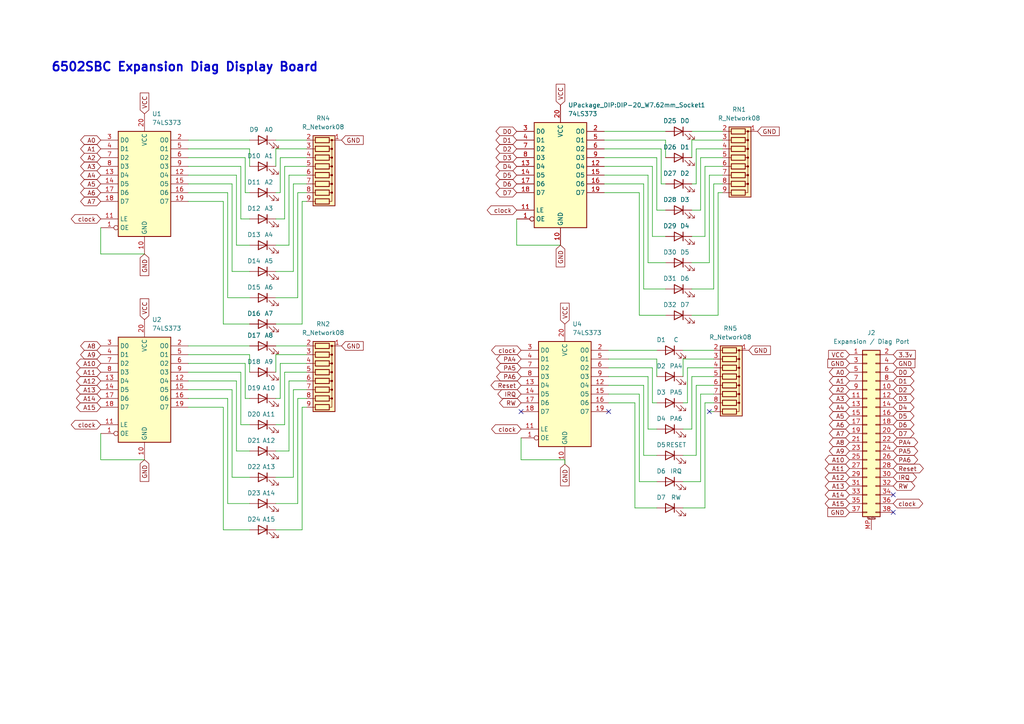
<source format=kicad_sch>
(kicad_sch (version 20250114) (generator "eeschema") (generator_version "9.0")
  (paper "A4")
  (lib_symbols
    (symbol "74xx:74LS373"
      (property "Reference" "U" (at -7.62 16.51 0))
      (property "Value" "74LS373" (at -7.62 -16.51 0))
      (symbol "74LS373_1_0"
        (pin input line (at -12.7 12.7 0) (length 5.08) (name "D0") (number "3"))
        (pin input line (at -12.7 10.16 0) (length 5.08) (name "D1") (number "4"))
        (pin input line (at -12.7 7.62 0) (length 5.08) (name "D2") (number "7"))
        (pin input line (at -12.7 5.08 0) (length 5.08) (name "D3") (number "8"))
        (pin input line (at -12.7 2.54 0) (length 5.08) (name "D4") (number "13"))
        (pin input line (at -12.7 0 0) (length 5.08) (name "D5") (number "14"))
        (pin input line (at -12.7 -2.54 0) (length 5.08) (name "D6") (number "17"))
        (pin input line (at -12.7 -5.08 0) (length 5.08) (name "D7") (number "18"))
        (pin input line (at -12.7 -10.16 0) (length 5.08) (name "LE") (number "11"))
        (pin input inverted (at -12.7 -12.7 0) (length 5.08) (name "OE") (number "1"))
        (pin power_in line (at 0 20.32 270) (length 5.08) (name "VCC") (number "20"))
        (pin power_in line (at 0 -20.32 90) (length 5.08) (name "GND") (number "10"))
        (pin tri_state line (at 12.7 12.7 180) (length 5.08) (name "O0") (number "2"))
        (pin tri_state line (at 12.7 10.16 180) (length 5.08) (name "O1") (number "5"))
        (pin tri_state line (at 12.7 7.62 180) (length 5.08) (name "O2") (number "6"))
        (pin tri_state line (at 12.7 5.08 180) (length 5.08) (name "O3") (number "9"))
        (pin tri_state line (at 12.7 2.54 180) (length 5.08) (name "O4") (number "12"))
        (pin tri_state line (at 12.7 0 180) (length 5.08) (name "O5") (number "15"))
        (pin tri_state line (at 12.7 -2.54 180) (length 5.08) (name "O6") (number "16"))
        (pin tri_state line (at 12.7 -5.08 180) (length 5.08) (name "O7") (number "19"))
      )
      (symbol "74LS373_1_1"
        (rectangle (start -7.62 15.24) (end 7.62 -15.24) (stroke (width 0.254)) (fill (type background)))
      )
    )
    (symbol "Connector_Generic_MountingPin:Conn_02x19_Odd_Even_MountingPin" (pin_names (offset 1.016) (hide yes))
      (property "Reference" "J" (at 1.27 25.4 0))
      (property "Value" "Conn_02x19_Odd_Even_MountingPin" (at 2.54 -25.4 0))
      (symbol "Conn_02x19_Odd_Even_MountingPin_1_1"
        (rectangle (start -1.27 24.13) (end 3.81 -24.13) (stroke (width 0.254)) (fill (type background)))
        (rectangle (start -1.27 22.987) (end 0 22.733) (stroke (width 0.1524)))
        (rectangle (start -1.27 20.447) (end 0 20.193) (stroke (width 0.1524)))
        (rectangle (start -1.27 17.907) (end 0 17.653) (stroke (width 0.1524)))
        (rectangle (start -1.27 15.367) (end 0 15.113) (stroke (width 0.1524)))
        (rectangle (start -1.27 12.827) (end 0 12.573) (stroke (width 0.1524)))
        (rectangle (start -1.27 10.287) (end 0 10.033) (stroke (width 0.1524)))
        (rectangle (start -1.27 7.747) (end 0 7.493) (stroke (width 0.1524)))
        (rectangle (start -1.27 5.207) (end 0 4.953) (stroke (width 0.1524)))
        (rectangle (start -1.27 2.667) (end 0 2.413) (stroke (width 0.1524)))
        (rectangle (start -1.27 0.127) (end 0 -0.127) (stroke (width 0.1524)))
        (rectangle (start -1.27 -2.413) (end 0 -2.667) (stroke (width 0.1524)))
        (rectangle (start -1.27 -4.953) (end 0 -5.207) (stroke (width 0.1524)))
        (rectangle (start -1.27 -7.493) (end 0 -7.747) (stroke (width 0.1524)))
        (rectangle (start -1.27 -10.033) (end 0 -10.287) (stroke (width 0.1524)))
        (rectangle (start -1.27 -12.573) (end 0 -12.827) (stroke (width 0.1524)))
        (rectangle (start -1.27 -15.113) (end 0 -15.367) (stroke (width 0.1524)))
        (rectangle (start -1.27 -17.653) (end 0 -17.907) (stroke (width 0.1524)))
        (rectangle (start -1.27 -20.193) (end 0 -20.447) (stroke (width 0.1524)))
        (rectangle (start -1.27 -22.733) (end 0 -22.987) (stroke (width 0.1524)))
        (polyline (pts (xy 0.254 -24.892) (xy 2.286 -24.892)) (stroke (width 0.1524)))
        (rectangle (start 3.81 22.987) (end 2.54 22.733) (stroke (width 0.1524)))
        (rectangle (start 3.81 20.447) (end 2.54 20.193) (stroke (width 0.1524)))
        (rectangle (start 3.81 17.907) (end 2.54 17.653) (stroke (width 0.1524)))
        (rectangle (start 3.81 15.367) (end 2.54 15.113) (stroke (width 0.1524)))
        (rectangle (start 3.81 12.827) (end 2.54 12.573) (stroke (width 0.1524)))
        (rectangle (start 3.81 10.287) (end 2.54 10.033) (stroke (width 0.1524)))
        (rectangle (start 3.81 7.747) (end 2.54 7.493) (stroke (width 0.1524)))
        (rectangle (start 3.81 5.207) (end 2.54 4.953) (stroke (width 0.1524)))
        (rectangle (start 3.81 2.667) (end 2.54 2.413) (stroke (width 0.1524)))
        (rectangle (start 3.81 0.127) (end 2.54 -0.127) (stroke (width 0.1524)))
        (rectangle (start 3.81 -2.413) (end 2.54 -2.667) (stroke (width 0.1524)))
        (rectangle (start 3.81 -4.953) (end 2.54 -5.207) (stroke (width 0.1524)))
        (rectangle (start 3.81 -7.493) (end 2.54 -7.747) (stroke (width 0.1524)))
        (rectangle (start 3.81 -10.033) (end 2.54 -10.287) (stroke (width 0.1524)))
        (rectangle (start 3.81 -12.573) (end 2.54 -12.827) (stroke (width 0.1524)))
        (rectangle (start 3.81 -15.113) (end 2.54 -15.367) (stroke (width 0.1524)))
        (rectangle (start 3.81 -17.653) (end 2.54 -17.907) (stroke (width 0.1524)))
        (rectangle (start 3.81 -20.193) (end 2.54 -20.447) (stroke (width 0.1524)))
        (rectangle (start 3.81 -22.733) (end 2.54 -22.987) (stroke (width 0.1524)))
        (text "Mounting" (at 1.27 -24.511 0) (effects (font (size 0.381 0.381))))
        (pin passive line (at -5.08 22.86 0) (length 3.81) (name "Pin_1") (number "1"))
        (pin passive line (at -5.08 20.32 0) (length 3.81) (name "Pin_3") (number "3"))
        (pin passive line (at -5.08 17.78 0) (length 3.81) (name "Pin_5") (number "5"))
        (pin passive line (at -5.08 15.24 0) (length 3.81) (name "Pin_7") (number "7"))
        (pin passive line (at -5.08 12.7 0) (length 3.81) (name "Pin_9") (number "9"))
        (pin passive line (at -5.08 10.16 0) (length 3.81) (name "Pin_11") (number "11"))
        (pin passive line (at -5.08 7.62 0) (length 3.81) (name "Pin_13") (number "13"))
        (pin passive line (at -5.08 5.08 0) (length 3.81) (name "Pin_15") (number "15"))
        (pin passive line (at -5.08 2.54 0) (length 3.81) (name "Pin_17") (number "17"))
        (pin passive line (at -5.08 0 0) (length 3.81) (name "Pin_19") (number "19"))
        (pin passive line (at -5.08 -2.54 0) (length 3.81) (name "Pin_21") (number "21"))
        (pin passive line (at -5.08 -5.08 0) (length 3.81) (name "Pin_23") (number "23"))
        (pin passive line (at -5.08 -7.62 0) (length 3.81) (name "Pin_25") (number "25"))
        (pin passive line (at -5.08 -10.16 0) (length 3.81) (name "Pin_27") (number "27"))
        (pin passive line (at -5.08 -12.7 0) (length 3.81) (name "Pin_29") (number "29"))
        (pin passive line (at -5.08 -15.24 0) (length 3.81) (name "Pin_31") (number "31"))
        (pin passive line (at -5.08 -17.78 0) (length 3.81) (name "Pin_33") (number "33"))
        (pin passive line (at -5.08 -20.32 0) (length 3.81) (name "Pin_35") (number "35"))
        (pin passive line (at -5.08 -22.86 0) (length 3.81) (name "Pin_37") (number "37"))
        (pin passive line (at 1.27 -27.94 90) (length 3.048) (name "MountPin") (number "MP"))
        (pin passive line (at 7.62 22.86 180) (length 3.81) (name "Pin_2") (number "2"))
        (pin passive line (at 7.62 20.32 180) (length 3.81) (name "Pin_4") (number "4"))
        (pin passive line (at 7.62 17.78 180) (length 3.81) (name "Pin_6") (number "6"))
        (pin passive line (at 7.62 15.24 180) (length 3.81) (name "Pin_8") (number "8"))
        (pin passive line (at 7.62 12.7 180) (length 3.81) (name "Pin_10") (number "10"))
        (pin passive line (at 7.62 10.16 180) (length 3.81) (name "Pin_12") (number "12"))
        (pin passive line (at 7.62 7.62 180) (length 3.81) (name "Pin_14") (number "14"))
        (pin passive line (at 7.62 5.08 180) (length 3.81) (name "Pin_16") (number "16"))
        (pin passive line (at 7.62 2.54 180) (length 3.81) (name "Pin_18") (number "18"))
        (pin passive line (at 7.62 0 180) (length 3.81) (name "Pin_20") (number "20"))
        (pin passive line (at 7.62 -2.54 180) (length 3.81) (name "Pin_22") (number "22"))
        (pin passive line (at 7.62 -5.08 180) (length 3.81) (name "Pin_24") (number "24"))
        (pin passive line (at 7.62 -7.62 180) (length 3.81) (name "Pin_26") (number "26"))
        (pin passive line (at 7.62 -10.16 180) (length 3.81) (name "Pin_28") (number "28"))
        (pin passive line (at 7.62 -12.7 180) (length 3.81) (name "Pin_30") (number "30"))
        (pin passive line (at 7.62 -15.24 180) (length 3.81) (name "Pin_32") (number "32"))
        (pin passive line (at 7.62 -17.78 180) (length 3.81) (name "Pin_34") (number "34"))
        (pin passive line (at 7.62 -20.32 180) (length 3.81) (name "Pin_36") (number "36"))
        (pin passive line (at 7.62 -22.86 180) (length 3.81) (name "Pin_38") (number "38"))
      )
    )
    (symbol "Device:LED" (pin_numbers (hide yes)) (pin_names (offset 1.016) (hide yes))
      (property "Reference" "D" (at 0 2.54 0))
      (property "Value" "LED" (at 0 -2.54 0))
      (symbol "LED_0_1"
        (polyline (pts (xy -3.048 -0.762) (xy -4.572 -2.286) (xy -3.81 -2.286) (xy -4.572 -2.286) (xy -4.572 -1.524)))
        (polyline (pts (xy -1.778 -0.762) (xy -3.302 -2.286) (xy -2.54 -2.286) (xy -3.302 -2.286) (xy -3.302 -1.524)))
        (polyline (pts (xy -1.27 0) (xy 1.27 0)))
        (polyline (pts (xy -1.27 -1.27) (xy -1.27 1.27)) (stroke (width 0.254)))
        (polyline (pts (xy 1.27 -1.27) (xy 1.27 1.27) (xy -1.27 0) (xy 1.27 -1.27)) (stroke (width 0.254)))
      )
      (symbol "LED_1_1"
        (pin passive line (at -3.81 0 0) (length 2.54) (name "K") (number "1"))
        (pin passive line (at 3.81 0 180) (length 2.54) (name "A") (number "2"))
      )
    )
    (symbol "Device:R_Network08" (pin_names (offset 0) (hide yes))
      (property "Reference" "RN" (at -12.7 0 90))
      (property "Value" "R_Network08" (at 10.16 0 90))
      (symbol "R_Network08_0_1"
        (rectangle (start -11.43 -3.175) (end 8.89 3.175) (stroke (width 0.254)) (fill (type background)))
        (rectangle (start -10.922 1.524) (end -9.398 -2.54) (stroke (width 0.254)))
        (circle (center -10.16 2.286) (radius 0.254) (fill (type outline)))
        (polyline (pts (xy -10.16 1.524) (xy -10.16 2.286) (xy -7.62 2.286) (xy -7.62 1.524)))
        (polyline (pts (xy -10.16 -2.54) (xy -10.16 -3.81)))
        (rectangle (start -8.382 1.524) (end -6.858 -2.54) (stroke (width 0.254)))
        (circle (center -7.62 2.286) (radius 0.254) (fill (type outline)))
        (polyline (pts (xy -7.62 1.524) (xy -7.62 2.286) (xy -5.08 2.286) (xy -5.08 1.524)))
        (polyline (pts (xy -7.62 -2.54) (xy -7.62 -3.81)))
        (rectangle (start -5.842 1.524) (end -4.318 -2.54) (stroke (width 0.254)))
        (circle (center -5.08 2.286) (radius 0.254) (fill (type outline)))
        (polyline (pts (xy -5.08 1.524) (xy -5.08 2.286) (xy -2.54 2.286) (xy -2.54 1.524)))
        (polyline (pts (xy -5.08 -2.54) (xy -5.08 -3.81)))
        (rectangle (start -3.302 1.524) (end -1.778 -2.54) (stroke (width 0.254)))
        (circle (center -2.54 2.286) (radius 0.254) (fill (type outline)))
        (polyline (pts (xy -2.54 1.524) (xy -2.54 2.286) (xy 0 2.286) (xy 0 1.524)))
        (polyline (pts (xy -2.54 -2.54) (xy -2.54 -3.81)))
        (rectangle (start -0.762 1.524) (end 0.762 -2.54) (stroke (width 0.254)))
        (circle (center 0 2.286) (radius 0.254) (fill (type outline)))
        (polyline (pts (xy 0 1.524) (xy 0 2.286) (xy 2.54 2.286) (xy 2.54 1.524)))
        (polyline (pts (xy 0 -2.54) (xy 0 -3.81)))
        (rectangle (start 1.778 1.524) (end 3.302 -2.54) (stroke (width 0.254)))
        (circle (center 2.54 2.286) (radius 0.254) (fill (type outline)))
        (polyline (pts (xy 2.54 1.524) (xy 2.54 2.286) (xy 5.08 2.286) (xy 5.08 1.524)))
        (polyline (pts (xy 2.54 -2.54) (xy 2.54 -3.81)))
        (rectangle (start 4.318 1.524) (end 5.842 -2.54) (stroke (width 0.254)))
        (circle (center 5.08 2.286) (radius 0.254) (fill (type outline)))
        (polyline (pts (xy 5.08 1.524) (xy 5.08 2.286) (xy 7.62 2.286) (xy 7.62 1.524)))
        (polyline (pts (xy 5.08 -2.54) (xy 5.08 -3.81)))
        (rectangle (start 6.858 1.524) (end 8.382 -2.54) (stroke (width 0.254)))
        (polyline (pts (xy 7.62 -2.54) (xy 7.62 -3.81)))
      )
      (symbol "R_Network08_1_1"
        (pin passive line (at -10.16 5.08 270) (length 2.54) (name "common") (number "1"))
        (pin passive line (at -10.16 -5.08 90) (length 1.27) (name "R1") (number "2"))
        (pin passive line (at -7.62 -5.08 90) (length 1.27) (name "R2") (number "3"))
        (pin passive line (at -5.08 -5.08 90) (length 1.27) (name "R3") (number "4"))
        (pin passive line (at -2.54 -5.08 90) (length 1.27) (name "R4") (number "5"))
        (pin passive line (at 0 -5.08 90) (length 1.27) (name "R5") (number "6"))
        (pin passive line (at 2.54 -5.08 90) (length 1.27) (name "R6") (number "7"))
        (pin passive line (at 5.08 -5.08 90) (length 1.27) (name "R7") (number "8"))
        (pin passive line (at 7.62 -5.08 90) (length 1.27) (name "R8") (number "9"))
      )
    )
  )
  (text "6502SBC Expansion Diag Display Board" (at 53.594 19.558 0) (effects (font (size 2.54 2.54) (thickness 0.508) (bold yes))))
  (no_connect (at 151.13 119.38))
  (no_connect (at 205.74 119.38))
  (no_connect (at 176.53 119.38))
  (no_connect (at 259.08 143.51))
  (no_connect (at 259.08 148.59))
  (wire (pts (xy 88.9 53.34) (xy 85.09 53.34)))
  (wire (pts (xy 189.23 106.68) (xy 189.23 116.84)))
  (wire (pts (xy 207.01 53.34) (xy 207.01 83.82)))
  (wire (pts (xy 189.23 48.26) (xy 189.23 68.58)))
  (wire (pts (xy 86.36 55.88) (xy 86.36 86.36)))
  (wire (pts (xy 209.55 48.26) (xy 204.47 48.26)))
  (wire (pts (xy 203.2 139.7) (xy 198.12 139.7)))
  (wire (pts (xy 54.61 105.41) (xy 71.12 105.41)))
  (wire (pts (xy 200.66 109.22) (xy 200.66 124.46)))
  (wire (pts (xy 68.58 110.49) (xy 68.58 130.81)))
  (wire (pts (xy 176.53 106.68) (xy 189.23 106.68)))
  (wire (pts (xy 87.63 93.98) (xy 80.01 93.98)))
  (wire (pts (xy 207.01 106.68) (xy 199.39 106.68)))
  (wire (pts (xy 209.55 55.88) (xy 208.28 55.88)))
  (wire (pts (xy 68.58 130.81) (xy 72.39 130.81)))
  (wire (pts (xy 176.53 101.6) (xy 190.5 101.6)))
  (wire (pts (xy 69.85 107.95) (xy 69.85 123.19)))
  (wire (pts (xy 54.61 50.8) (xy 68.58 50.8)))
  (wire (pts (xy 88.9 48.26) (xy 82.55 48.26)))
  (wire (pts (xy 175.26 38.1) (xy 193.04 38.1)))
  (wire (pts (xy 186.69 83.82) (xy 193.04 83.82)))
  (wire (pts (xy 185.42 139.7) (xy 190.5 139.7)))
  (wire (pts (xy 176.53 114.3) (xy 185.42 114.3)))
  (wire (pts (xy 186.69 132.08) (xy 190.5 132.08)))
  (wire (pts (xy 83.82 71.12) (xy 80.01 71.12)))
  (wire (pts (xy 149.86 71.12) (xy 162.56 71.12)))
  (wire (pts (xy 208.28 91.44) (xy 200.66 91.44)))
  (wire (pts (xy 198.12 101.6) (xy 207.01 101.6)))
  (wire (pts (xy 54.61 102.87) (xy 72.39 102.87)))
  (wire (pts (xy 72.39 102.87) (xy 72.39 107.95)))
  (wire (pts (xy 72.39 43.18) (xy 72.39 48.26)))
  (wire (pts (xy 205.74 50.8) (xy 205.74 76.2)))
  (wire (pts (xy 175.26 48.26) (xy 189.23 48.26)))
  (wire (pts (xy 54.61 100.33) (xy 72.39 100.33)))
  (wire (pts (xy 83.82 130.81) (xy 80.01 130.81)))
  (wire (pts (xy 86.36 115.57) (xy 86.36 146.05)))
  (wire (pts (xy 88.9 118.11) (xy 87.63 118.11)))
  (wire (pts (xy 69.85 63.5) (xy 72.39 63.5)))
  (wire (pts (xy 54.61 58.42) (xy 64.77 58.42)))
  (wire (pts (xy 87.63 118.11) (xy 87.63 153.67)))
  (wire (pts (xy 175.26 53.34) (xy 186.69 53.34)))
  (wire (pts (xy 204.47 147.32) (xy 198.12 147.32)))
  (wire (pts (xy 203.2 45.72) (xy 203.2 60.96)))
  (wire (pts (xy 85.09 53.34) (xy 85.09 78.74)))
  (wire (pts (xy 184.15 116.84) (xy 184.15 147.32)))
  (wire (pts (xy 68.58 71.12) (xy 72.39 71.12)))
  (wire (pts (xy 201.93 132.08) (xy 198.12 132.08)))
  (wire (pts (xy 80.01 102.87) (xy 80.01 107.95)))
  (wire (pts (xy 209.55 45.72) (xy 203.2 45.72)))
  (wire (pts (xy 191.77 53.34) (xy 193.04 53.34)))
  (wire (pts (xy 29.21 66.04) (xy 29.21 73.66)))
  (wire (pts (xy 193.04 40.64) (xy 193.04 45.72)))
  (wire (pts (xy 190.5 45.72) (xy 190.5 60.96)))
  (wire (pts (xy 54.61 113.03) (xy 67.31 113.03)))
  (wire (pts (xy 201.93 43.18) (xy 201.93 53.34)))
  (wire (pts (xy 187.96 76.2) (xy 193.04 76.2)))
  (wire (pts (xy 88.9 105.41) (xy 81.28 105.41)))
  (wire (pts (xy 85.09 113.03) (xy 85.09 138.43)))
  (wire (pts (xy 88.9 58.42) (xy 87.63 58.42)))
  (wire (pts (xy 67.31 53.34) (xy 67.31 78.74)))
  (wire (pts (xy 64.77 93.98) (xy 72.39 93.98)))
  (wire (pts (xy 176.53 111.76) (xy 186.69 111.76)))
  (wire (pts (xy 66.04 115.57) (xy 66.04 146.05)))
  (wire (pts (xy 54.61 43.18) (xy 72.39 43.18)))
  (wire (pts (xy 54.61 107.95) (xy 69.85 107.95)))
  (wire (pts (xy 207.01 83.82) (xy 200.66 83.82)))
  (wire (pts (xy 69.85 123.19) (xy 72.39 123.19)))
  (wire (pts (xy 88.9 45.72) (xy 81.28 45.72)))
  (wire (pts (xy 149.86 63.5) (xy 149.86 71.12)))
  (wire (pts (xy 69.85 48.26) (xy 69.85 63.5)))
  (wire (pts (xy 64.77 58.42) (xy 64.77 93.98)))
  (wire (pts (xy 64.77 118.11) (xy 64.77 153.67)))
  (wire (pts (xy 200.66 40.64) (xy 200.66 45.72)))
  (wire (pts (xy 175.26 55.88) (xy 185.42 55.88)))
  (wire (pts (xy 86.36 146.05) (xy 80.01 146.05)))
  (wire (pts (xy 29.21 125.73) (xy 29.21 133.35)))
  (wire (pts (xy 204.47 116.84) (xy 204.47 147.32)))
  (wire (pts (xy 190.5 60.96) (xy 193.04 60.96)))
  (wire (pts (xy 209.55 40.64) (xy 200.66 40.64)))
  (wire (pts (xy 82.55 123.19) (xy 80.01 123.19)))
  (wire (pts (xy 185.42 114.3) (xy 185.42 139.7)))
  (wire (pts (xy 187.96 124.46) (xy 190.5 124.46)))
  (wire (pts (xy 187.96 109.22) (xy 187.96 124.46)))
  (wire (pts (xy 67.31 78.74) (xy 72.39 78.74)))
  (wire (pts (xy 88.9 110.49) (xy 83.82 110.49)))
  (wire (pts (xy 199.39 116.84) (xy 198.12 116.84)))
  (wire (pts (xy 209.55 53.34) (xy 207.01 53.34)))
  (wire (pts (xy 207.01 109.22) (xy 200.66 109.22)))
  (wire (pts (xy 207.01 104.14) (xy 198.12 104.14)))
  (wire (pts (xy 87.63 58.42) (xy 87.63 93.98)))
  (wire (pts (xy 54.61 40.64) (xy 72.39 40.64)))
  (wire (pts (xy 175.26 43.18) (xy 191.77 43.18)))
  (wire (pts (xy 203.2 60.96) (xy 200.66 60.96)))
  (wire (pts (xy 54.61 48.26) (xy 69.85 48.26)))
  (wire (pts (xy 163.83 133.35) (xy 163.83 134.62)))
  (wire (pts (xy 80.01 100.33) (xy 88.9 100.33)))
  (wire (pts (xy 176.53 104.14) (xy 190.5 104.14)))
  (wire (pts (xy 66.04 55.88) (xy 66.04 86.36)))
  (wire (pts (xy 71.12 105.41) (xy 71.12 115.57)))
  (wire (pts (xy 71.12 115.57) (xy 72.39 115.57)))
  (wire (pts (xy 54.61 110.49) (xy 68.58 110.49)))
  (wire (pts (xy 67.31 138.43) (xy 72.39 138.43)))
  (wire (pts (xy 88.9 55.88) (xy 86.36 55.88)))
  (wire (pts (xy 209.55 50.8) (xy 205.74 50.8)))
  (wire (pts (xy 71.12 55.88) (xy 72.39 55.88)))
  (wire (pts (xy 204.47 68.58) (xy 200.66 68.58)))
  (wire (pts (xy 81.28 55.88) (xy 80.01 55.88)))
  (wire (pts (xy 186.69 111.76) (xy 186.69 132.08)))
  (wire (pts (xy 199.39 106.68) (xy 199.39 116.84)))
  (wire (pts (xy 54.61 53.34) (xy 67.31 53.34)))
  (wire (pts (xy 54.61 118.11) (xy 64.77 118.11)))
  (wire (pts (xy 207.01 116.84) (xy 204.47 116.84)))
  (wire (pts (xy 205.74 119.38) (xy 207.01 119.38)))
  (wire (pts (xy 185.42 91.44) (xy 193.04 91.44)))
  (wire (pts (xy 187.96 50.8) (xy 187.96 76.2)))
  (wire (pts (xy 54.61 55.88) (xy 66.04 55.88)))
  (wire (pts (xy 86.36 86.36) (xy 80.01 86.36)))
  (wire (pts (xy 208.28 55.88) (xy 208.28 91.44)))
  (wire (pts (xy 88.9 115.57) (xy 86.36 115.57)))
  (wire (pts (xy 64.77 153.67) (xy 72.39 153.67)))
  (wire (pts (xy 82.55 63.5) (xy 80.01 63.5)))
  (wire (pts (xy 207.01 111.76) (xy 201.93 111.76)))
  (wire (pts (xy 80.01 40.64) (xy 88.9 40.64)))
  (wire (pts (xy 66.04 146.05) (xy 72.39 146.05)))
  (wire (pts (xy 54.61 115.57) (xy 66.04 115.57)))
  (wire (pts (xy 198.12 104.14) (xy 198.12 109.22)))
  (wire (pts (xy 151.13 127) (xy 151.13 133.35)))
  (wire (pts (xy 175.26 45.72) (xy 190.5 45.72)))
  (wire (pts (xy 186.69 53.34) (xy 186.69 83.82)))
  (wire (pts (xy 201.93 111.76) (xy 201.93 132.08)))
  (wire (pts (xy 54.61 45.72) (xy 71.12 45.72)))
  (wire (pts (xy 88.9 113.03) (xy 85.09 113.03)))
  (wire (pts (xy 83.82 110.49) (xy 83.82 130.81)))
  (wire (pts (xy 189.23 116.84) (xy 190.5 116.84)))
  (wire (pts (xy 200.66 124.46) (xy 198.12 124.46)))
  (wire (pts (xy 209.55 43.18) (xy 201.93 43.18)))
  (wire (pts (xy 88.9 50.8) (xy 83.82 50.8)))
  (wire (pts (xy 85.09 138.43) (xy 80.01 138.43)))
  (wire (pts (xy 87.63 153.67) (xy 80.01 153.67)))
  (wire (pts (xy 203.2 114.3) (xy 203.2 139.7)))
  (wire (pts (xy 85.09 78.74) (xy 80.01 78.74)))
  (wire (pts (xy 200.66 38.1) (xy 209.55 38.1)))
  (wire (pts (xy 175.26 50.8) (xy 187.96 50.8)))
  (wire (pts (xy 207.01 114.3) (xy 203.2 114.3)))
  (wire (pts (xy 29.21 133.35) (xy 41.91 133.35)))
  (wire (pts (xy 81.28 115.57) (xy 80.01 115.57)))
  (wire (pts (xy 71.12 45.72) (xy 71.12 55.88)))
  (wire (pts (xy 82.55 107.95) (xy 82.55 123.19)))
  (wire (pts (xy 81.28 45.72) (xy 81.28 55.88)))
  (wire (pts (xy 176.53 116.84) (xy 184.15 116.84)))
  (wire (pts (xy 88.9 102.87) (xy 80.01 102.87)))
  (wire (pts (xy 191.77 43.18) (xy 191.77 53.34)))
  (wire (pts (xy 83.82 50.8) (xy 83.82 71.12)))
  (wire (pts (xy 66.04 86.36) (xy 72.39 86.36)))
  (wire (pts (xy 204.47 48.26) (xy 204.47 68.58)))
  (wire (pts (xy 80.01 43.18) (xy 80.01 48.26)))
  (wire (pts (xy 88.9 107.95) (xy 82.55 107.95)))
  (wire (pts (xy 81.28 105.41) (xy 81.28 115.57)))
  (wire (pts (xy 88.9 43.18) (xy 80.01 43.18)))
  (wire (pts (xy 151.13 133.35) (xy 163.83 133.35)))
  (wire (pts (xy 67.31 113.03) (xy 67.31 138.43)))
  (wire (pts (xy 82.55 48.26) (xy 82.55 63.5)))
  (wire (pts (xy 205.74 76.2) (xy 200.66 76.2)))
  (wire (pts (xy 176.53 109.22) (xy 187.96 109.22)))
  (wire (pts (xy 68.58 50.8) (xy 68.58 71.12)))
  (wire (pts (xy 29.21 73.66) (xy 41.91 73.66)))
  (wire (pts (xy 184.15 147.32) (xy 190.5 147.32)))
  (wire (pts (xy 189.23 68.58) (xy 193.04 68.58)))
  (wire (pts (xy 175.26 40.64) (xy 193.04 40.64)))
  (wire (pts (xy 190.5 104.14) (xy 190.5 109.22)))
  (wire (pts (xy 185.42 55.88) (xy 185.42 91.44)))
  (wire (pts (xy 201.93 53.34) (xy 200.66 53.34)))
  (global_label "A2" (shape bidirectional) (at 246.38 113.03 180) (property "Intersheetrefs" "${INTERSHEET_REFS}" (effects (hide yes))))
  (global_label "A2" (shape bidirectional) (at 29.21 45.72 180) (property "Intersheetrefs" "${INTERSHEET_REFS}" (effects (hide yes))))
  (global_label "PA5" (shape bidirectional) (at 259.08 130.81 0) (property "Intersheetrefs" "${INTERSHEET_REFS}" (effects (hide yes))))
  (global_label "A6" (shape bidirectional) (at 29.21 55.88 180) (property "Intersheetrefs" "${INTERSHEET_REFS}" (effects (hide yes))))
  (global_label "A5" (shape bidirectional) (at 246.38 120.65 180) (property "Intersheetrefs" "${INTERSHEET_REFS}" (effects (hide yes))))
  (global_label "clock" (shape bidirectional) (at 259.08 146.05 0) (property "Intersheetrefs" "${INTERSHEET_REFS}" (effects (hide yes))))
  (global_label "A0" (shape bidirectional) (at 29.21 40.64 180) (property "Intersheetrefs" "${INTERSHEET_REFS}" (effects (hide yes))))
  (global_label "D7" (shape bidirectional) (at 149.86 55.88 180) (property "Intersheetrefs" "${INTERSHEET_REFS}" (effects (hide yes))))
  (global_label "A11" (shape bidirectional) (at 29.21 107.95 180) (property "Intersheetrefs" "${INTERSHEET_REFS}" (effects (hide yes))))
  (global_label "IRQ" (shape bidirectional) (at 151.13 114.3 180) (property "Intersheetrefs" "${INTERSHEET_REFS}" (effects (hide yes))))
  (global_label "D1" (shape bidirectional) (at 259.08 110.49 0) (property "Intersheetrefs" "${INTERSHEET_REFS}" (effects (hide yes))))
  (global_label "D6" (shape bidirectional) (at 149.86 53.34 180) (property "Intersheetrefs" "${INTERSHEET_REFS}" (effects (hide yes))))
  (global_label "VCC" (shape input) (at 41.91 33.02 90) (property "Intersheetrefs" "${INTERSHEET_REFS}" (effects (hide yes))))
  (global_label "GND" (shape input) (at 41.91 133.35 270) (property "Intersheetrefs" "${INTERSHEET_REFS}" (effects (hide yes))))
  (global_label "clock" (shape bidirectional) (at 149.86 60.96 180) (property "Intersheetrefs" "${INTERSHEET_REFS}" (effects (hide yes))))
  (global_label "A15" (shape bidirectional) (at 29.21 118.11 180) (property "Intersheetrefs" "${INTERSHEET_REFS}" (effects (hide yes))))
  (global_label "VCC" (shape input) (at 163.83 93.98 90) (property "Intersheetrefs" "${INTERSHEET_REFS}" (effects (hide yes))))
  (global_label "clock" (shape bidirectional) (at 151.13 101.6 180) (property "Intersheetrefs" "${INTERSHEET_REFS}" (effects (hide yes))))
  (global_label "GND" (shape input) (at 99.06 40.64 0) (property "Intersheetrefs" "${INTERSHEET_REFS}" (effects (hide yes))))
  (global_label "D3" (shape bidirectional) (at 259.08 115.57 0) (property "Intersheetrefs" "${INTERSHEET_REFS}" (effects (hide yes))))
  (global_label "A15" (shape bidirectional) (at 246.38 146.05 180) (property "Intersheetrefs" "${INTERSHEET_REFS}" (effects (hide yes))))
  (global_label "D4" (shape bidirectional) (at 149.86 48.26 180) (property "Intersheetrefs" "${INTERSHEET_REFS}" (effects (hide yes))))
  (global_label "A8" (shape bidirectional) (at 246.38 128.27 180) (property "Intersheetrefs" "${INTERSHEET_REFS}" (effects (hide yes))))
  (global_label "GND" (shape input) (at 219.71 38.1 0) (property "Intersheetrefs" "${INTERSHEET_REFS}" (effects (hide yes))))
  (global_label "Reset" (shape bidirectional) (at 259.08 135.89 0) (property "Intersheetrefs" "${INTERSHEET_REFS}" (effects (hide yes))))
  (global_label "A14" (shape bidirectional) (at 29.21 115.57 180) (property "Intersheetrefs" "${INTERSHEET_REFS}" (effects (hide yes))))
  (global_label "GND" (shape input) (at 217.17 101.6 0) (property "Intersheetrefs" "${INTERSHEET_REFS}" (effects (hide yes))))
  (global_label "D5" (shape bidirectional) (at 259.08 120.65 0) (property "Intersheetrefs" "${INTERSHEET_REFS}" (effects (hide yes))))
  (global_label "PA4" (shape bidirectional) (at 259.08 128.27 0) (property "Intersheetrefs" "${INTERSHEET_REFS}" (effects (hide yes))))
  (global_label "RW" (shape bidirectional) (at 259.08 140.97 0) (property "Intersheetrefs" "${INTERSHEET_REFS}" (effects (hide yes))))
  (global_label "A10" (shape bidirectional) (at 29.21 105.41 180) (property "Intersheetrefs" "${INTERSHEET_REFS}" (effects (hide yes))))
  (global_label "GND" (shape input) (at 246.38 105.41 180) (property "Intersheetrefs" "${INTERSHEET_REFS}" (effects (hide yes))))
  (global_label "D6" (shape bidirectional) (at 259.08 123.19 0) (property "Intersheetrefs" "${INTERSHEET_REFS}" (effects (hide yes))))
  (global_label "PA4" (shape bidirectional) (at 151.13 104.14 180) (property "Intersheetrefs" "${INTERSHEET_REFS}" (effects (hide yes))))
  (global_label "PA5" (shape bidirectional) (at 151.13 106.68 180) (property "Intersheetrefs" "${INTERSHEET_REFS}" (effects (hide yes))))
  (global_label "A12" (shape bidirectional) (at 246.38 138.43 180) (property "Intersheetrefs" "${INTERSHEET_REFS}" (effects (hide yes))))
  (global_label "A14" (shape bidirectional) (at 246.38 143.51 180) (property "Intersheetrefs" "${INTERSHEET_REFS}" (effects (hide yes))))
  (global_label "clock" (shape bidirectional) (at 151.13 124.46 180) (property "Intersheetrefs" "${INTERSHEET_REFS}" (effects (hide yes))))
  (global_label "A9" (shape bidirectional) (at 246.38 130.81 180) (property "Intersheetrefs" "${INTERSHEET_REFS}" (effects (hide yes))))
  (global_label "D1" (shape bidirectional) (at 149.86 40.64 180) (property "Intersheetrefs" "${INTERSHEET_REFS}" (effects (hide yes))))
  (global_label "GND" (shape input) (at 99.06 100.33 0) (property "Intersheetrefs" "${INTERSHEET_REFS}" (effects (hide yes))))
  (global_label "A5" (shape bidirectional) (at 29.21 53.34 180) (property "Intersheetrefs" "${INTERSHEET_REFS}" (effects (hide yes))))
  (global_label "A7" (shape bidirectional) (at 246.38 125.73 180) (property "Intersheetrefs" "${INTERSHEET_REFS}" (effects (hide yes))))
  (global_label "GND" (shape input) (at 259.08 105.41 0) (property "Intersheetrefs" "${INTERSHEET_REFS}" (effects (hide yes))))
  (global_label "A1" (shape bidirectional) (at 29.21 43.18 180) (property "Intersheetrefs" "${INTERSHEET_REFS}" (effects (hide yes))))
  (global_label "A0" (shape bidirectional) (at 246.38 107.95 180) (property "Intersheetrefs" "${INTERSHEET_REFS}" (effects (hide yes))))
  (global_label "GND" (shape input) (at 162.56 71.12 270) (property "Intersheetrefs" "${INTERSHEET_REFS}" (effects (hide yes))))
  (global_label "Reset" (shape bidirectional) (at 151.13 111.76 180) (property "Intersheetrefs" "${INTERSHEET_REFS}" (effects (hide yes))))
  (global_label "A4" (shape bidirectional) (at 246.38 118.11 180) (property "Intersheetrefs" "${INTERSHEET_REFS}" (effects (hide yes))))
  (global_label "IRQ" (shape bidirectional) (at 259.08 138.43 0) (property "Intersheetrefs" "${INTERSHEET_REFS}" (effects (hide yes))))
  (global_label "A10" (shape bidirectional) (at 246.38 133.35 180) (property "Intersheetrefs" "${INTERSHEET_REFS}" (effects (hide yes))))
  (global_label "A11" (shape bidirectional) (at 246.38 135.89 180) (property "Intersheetrefs" "${INTERSHEET_REFS}" (effects (hide yes))))
  (global_label "D3" (shape bidirectional) (at 149.86 45.72 180) (property "Intersheetrefs" "${INTERSHEET_REFS}" (effects (hide yes))))
  (global_label "A12" (shape bidirectional) (at 29.21 110.49 180) (property "Intersheetrefs" "${INTERSHEET_REFS}" (effects (hide yes))))
  (global_label "PA6" (shape bidirectional) (at 259.08 133.35 0) (property "Intersheetrefs" "${INTERSHEET_REFS}" (effects (hide yes))))
  (global_label "PA6" (shape bidirectional) (at 151.13 109.22 180) (property "Intersheetrefs" "${INTERSHEET_REFS}" (effects (hide yes))))
  (global_label "D5" (shape bidirectional) (at 149.86 50.8 180) (property "Intersheetrefs" "${INTERSHEET_REFS}" (effects (hide yes))))
  (global_label "clock" (shape bidirectional) (at 29.21 63.5 180) (property "Intersheetrefs" "${INTERSHEET_REFS}" (effects (hide yes))))
  (global_label "D2" (shape bidirectional) (at 149.86 43.18 180) (property "Intersheetrefs" "${INTERSHEET_REFS}" (effects (hide yes))))
  (global_label "A6" (shape bidirectional) (at 246.38 123.19 180) (property "Intersheetrefs" "${INTERSHEET_REFS}" (effects (hide yes))))
  (global_label "VCC" (shape input) (at 246.38 102.87 180) (property "Intersheetrefs" "${INTERSHEET_REFS}" (effects (hide yes))))
  (global_label "clock" (shape bidirectional) (at 29.21 123.19 180) (property "Intersheetrefs" "${INTERSHEET_REFS}" (effects (hide yes))))
  (global_label "VCC" (shape input) (at 41.91 92.71 90) (property "Intersheetrefs" "${INTERSHEET_REFS}" (effects (hide yes))))
  (global_label "A3" (shape bidirectional) (at 29.21 48.26 180) (property "Intersheetrefs" "${INTERSHEET_REFS}" (effects (hide yes))))
  (global_label "A7" (shape bidirectional) (at 29.21 58.42 180) (property "Intersheetrefs" "${INTERSHEET_REFS}" (effects (hide yes))))
  (global_label "3.3v" (shape input) (at 259.08 102.87 0) (property "Intersheetrefs" "${INTERSHEET_REFS}" (effects (hide yes))))
  (global_label "A9" (shape bidirectional) (at 29.21 102.87 180) (property "Intersheetrefs" "${INTERSHEET_REFS}" (effects (hide yes))))
  (global_label "GND" (shape input) (at 41.91 73.66 270) (property "Intersheetrefs" "${INTERSHEET_REFS}" (effects (hide yes))))
  (global_label "D0" (shape bidirectional) (at 259.08 107.95 0) (property "Intersheetrefs" "${INTERSHEET_REFS}" (effects (hide yes))))
  (global_label "RW" (shape bidirectional) (at 151.13 116.84 180) (property "Intersheetrefs" "${INTERSHEET_REFS}" (effects (hide yes))))
  (global_label "GND" (shape input) (at 246.38 148.59 180) (property "Intersheetrefs" "${INTERSHEET_REFS}" (effects (hide yes))))
  (global_label "GND" (shape input) (at 163.83 134.62 270) (property "Intersheetrefs" "${INTERSHEET_REFS}" (effects (hide yes))))
  (global_label "A1" (shape bidirectional) (at 246.38 110.49 180) (property "Intersheetrefs" "${INTERSHEET_REFS}" (effects (hide yes))))
  (global_label "D7" (shape bidirectional) (at 259.08 125.73 0) (property "Intersheetrefs" "${INTERSHEET_REFS}" (effects (hide yes))))
  (global_label "D2" (shape bidirectional) (at 259.08 113.03 0) (property "Intersheetrefs" "${INTERSHEET_REFS}" (effects (hide yes))))
  (global_label "D4" (shape bidirectional) (at 259.08 118.11 0) (property "Intersheetrefs" "${INTERSHEET_REFS}" (effects (hide yes))))
  (global_label "VCC" (shape input) (at 162.56 30.48 90) (property "Intersheetrefs" "${INTERSHEET_REFS}" (effects (hide yes))))
  (global_label "A4" (shape bidirectional) (at 29.21 50.8 180) (property "Intersheetrefs" "${INTERSHEET_REFS}" (effects (hide yes))))
  (global_label "A3" (shape bidirectional) (at 246.38 115.57 180) (property "Intersheetrefs" "${INTERSHEET_REFS}" (effects (hide yes))))
  (global_label "A13" (shape bidirectional) (at 29.21 113.03 180) (property "Intersheetrefs" "${INTERSHEET_REFS}" (effects (hide yes))))
  (global_label "A13" (shape bidirectional) (at 246.38 140.97 180) (property "Intersheetrefs" "${INTERSHEET_REFS}" (effects (hide yes))))
  (global_label "D0" (shape bidirectional) (at 149.86 38.1 180) (property "Intersheetrefs" "${INTERSHEET_REFS}" (effects (hide yes))))
  (global_label "A8" (shape bidirectional) (at 29.21 100.33 180) (property "Intersheetrefs" "${INTERSHEET_REFS}" (effects (hide yes))))
  (symbol (lib_id "Device:LED") (at 76.2 107.95 0) (mirror y) (unit 1)
    (property "Reference" "D18" (at 73.66 104.902 0))
    (property "Value" "A9" (at 77.978 104.902 0))
    (property "Footprint" "LED_THT:LED_D3.0mm" (effects (hide yes)))
    (property "Description" "Light emitting diode" (effects (hide yes)))
  )
  (symbol (lib_id "Device:LED") (at 76.2 153.67 0) (mirror y) (unit 1)
    (property "Reference" "D24" (at 73.66 150.622 0))
    (property "Value" "A15" (at 77.978 150.622 0))
    (property "Footprint" "LED_THT:LED_D3.0mm" (effects (hide yes)))
    (property "Description" "Light emitting diode" (effects (hide yes)))
  )
  (symbol (lib_id "Device:LED") (at 194.31 139.7 0) (mirror y) (unit 1)
    (property "Reference" "D6" (at 191.77 136.652 0))
    (property "Value" "IRQ" (at 196.088 136.652 0))
    (property "Footprint" "LED_THT:LED_D3.0mm" (effects (hide yes)))
    (property "Description" "Light emitting diode" (effects (hide yes)))
  )
  (symbol (lib_id "74xx:74LS373") (at 163.83 114.3 0) (unit 1)
    (property "Reference" "U4" (at 166.0241 93.98 0) (effects (justify left)))
    (property "Value" "74LS373" (at 166.0241 96.52 0) (effects (justify left)))
    (property "Footprint" "Package_DIP:DIP-20_W7.62mm_Socket" (effects (hide yes)))
    (property "Datasheet" "http://www.ti.com/lit/gpn/sn74LS373" (effects (hide yes)))
    (property "Description" "8-bit Latch, 3-state outputs" (effects (hide yes)))
  )
  (symbol (lib_id "Device:LED") (at 76.2 100.33 0) (mirror y) (unit 1)
    (property "Reference" "D17" (at 73.66 97.282 0))
    (property "Value" "A8" (at 77.978 97.282 0))
    (property "Footprint" "LED_THT:LED_D3.0mm" (effects (hide yes)))
    (property "Description" "Light emitting diode" (effects (hide yes)))
  )
  (symbol (lib_id "Device:LED") (at 76.2 115.57 0) (mirror y) (unit 1)
    (property "Reference" "D19" (at 73.66 112.522 0))
    (property "Value" "A10" (at 77.978 112.522 0))
    (property "Footprint" "LED_THT:LED_D3.0mm" (effects (hide yes)))
    (property "Description" "Light emitting diode" (effects (hide yes)))
  )
  (symbol (lib_id "Device:LED") (at 76.2 146.05 0) (mirror y) (unit 1)
    (property "Reference" "D23" (at 73.66 143.002 0))
    (property "Value" "A14" (at 77.978 143.002 0))
    (property "Footprint" "LED_THT:LED_D3.0mm" (effects (hide yes)))
    (property "Description" "Light emitting diode" (effects (hide yes)))
  )
  (symbol (lib_id "Device:LED") (at 196.85 53.34 0) (mirror y) (unit 1)
    (property "Reference" "D27" (at 194.31 50.292 0))
    (property "Value" "D2" (at 198.628 50.292 0))
    (property "Footprint" "LED_THT:LED_D3.0mm" (effects (hide yes)))
    (property "Description" "Light emitting diode" (effects (hide yes)))
  )
  (symbol (lib_id "Device:LED") (at 196.85 45.72 0) (mirror y) (unit 1)
    (property "Reference" "D26" (at 194.31 42.672 0))
    (property "Value" "D1" (at 198.628 42.672 0))
    (property "Footprint" "LED_THT:LED_D3.0mm" (effects (hide yes)))
    (property "Description" "Light emitting diode" (effects (hide yes)))
  )
  (symbol (lib_id "Device:LED") (at 76.2 78.74 0) (mirror y) (unit 1)
    (property "Reference" "D14" (at 73.66 75.692 0))
    (property "Value" "A5" (at 77.978 75.692 0))
    (property "Footprint" "LED_THT:LED_D3.0mm" (effects (hide yes)))
    (property "Description" "Light emitting diode" (effects (hide yes)))
  )
  (symbol (lib_id "Connector_Generic_MountingPin:Conn_02x19_Odd_Even_MountingPin") (at 251.46 125.73 0) (unit 1)
    (property "Reference" "J2" (at 252.73 96.52 0))
    (property "Value" "Expansion / Diag Port" (at 252.73 99.06 0))
    (property "Footprint" "Connector_PinHeader_2.54mm:PinHeader_2x19_P2.54mm_Vertical" (effects (hide yes)))
    (property "Description" "Generic connectable mounting pin connector, double row, 02x19, odd/even pin numbering scheme (row 1 odd numbers, row 2 even numbers), script generated (kicad-library-utils/schlib/autogen/connector/)" (effects (hide yes)))
  )
  (symbol (lib_id "Device:LED") (at 196.85 76.2 0) (mirror y) (unit 1)
    (property "Reference" "D30" (at 194.31 73.152 0))
    (property "Value" "D5" (at 198.628 73.152 0))
    (property "Footprint" "LED_THT:LED_D3.0mm" (effects (hide yes)))
    (property "Description" "Light emitting diode" (effects (hide yes)))
  )
  (symbol (lib_id "Device:R_Network08") (at 214.63 48.26 270) (unit 1)
    (property "Reference" "RN1" (at 214.376 31.75 90))
    (property "Value" "R_Network08" (at 214.376 34.29 90))
    (property "Footprint" "Resistor_THT:R_Array_SIP9" (effects (hide yes)))
    (property "Datasheet" "http://www.vishay.com/docs/31509/csc.pdf" (effects (hide yes)))
    (property "Description" "8 resistor network, star topology, bussed resistors, small symbol" (effects (hide yes)))
  )
  (symbol (lib_id "Device:LED") (at 196.85 83.82 0) (mirror y) (unit 1)
    (property "Reference" "D31" (at 194.31 80.772 0))
    (property "Value" "D6" (at 198.628 80.772 0))
    (property "Footprint" "LED_THT:LED_D3.0mm" (effects (hide yes)))
    (property "Description" "Light emitting diode" (effects (hide yes)))
  )
  (symbol (lib_id "Device:LED") (at 194.31 132.08 0) (mirror y) (unit 1)
    (property "Reference" "D5" (at 191.77 129.032 0))
    (property "Value" "RESET" (at 196.088 129.032 0))
    (property "Footprint" "LED_THT:LED_D3.0mm" (effects (hide yes)))
    (property "Description" "Light emitting diode" (effects (hide yes)))
  )
  (symbol (lib_id "Device:R_Network08") (at 93.98 110.49 270) (unit 1)
    (property "Reference" "RN2" (at 93.726 93.98 90))
    (property "Value" "R_Network08" (at 93.726 96.52 90))
    (property "Footprint" "Resistor_THT:R_Array_SIP9" (effects (hide yes)))
    (property "Datasheet" "http://www.vishay.com/docs/31509/csc.pdf" (effects (hide yes)))
    (property "Description" "8 resistor network, star topology, bussed resistors, small symbol" (effects (hide yes)))
  )
  (symbol (lib_id "Device:LED") (at 76.2 48.26 0) (mirror y) (unit 1)
    (property "Reference" "D10" (at 73.66 45.212 0))
    (property "Value" "A1" (at 77.978 45.212 0))
    (property "Footprint" "LED_THT:LED_D3.0mm" (effects (hide yes)))
    (property "Description" "Light emitting diode" (effects (hide yes)))
  )
  (symbol (lib_id "Device:LED") (at 76.2 55.88 0) (mirror y) (unit 1)
    (property "Reference" "D11" (at 73.66 52.832 0))
    (property "Value" "A2" (at 77.978 52.832 0))
    (property "Footprint" "LED_THT:LED_D3.0mm" (effects (hide yes)))
    (property "Description" "Light emitting diode" (effects (hide yes)))
  )
  (symbol (lib_id "Device:LED") (at 76.2 138.43 0) (mirror y) (unit 1)
    (property "Reference" "D22" (at 73.66 135.382 0))
    (property "Value" "A13" (at 77.978 135.382 0))
    (property "Footprint" "LED_THT:LED_D3.0mm" (effects (hide yes)))
    (property "Description" "Light emitting diode" (effects (hide yes)))
  )
  (symbol (lib_id "Device:LED") (at 194.31 101.6 0) (mirror y) (unit 1)
    (property "Reference" "D1" (at 191.77 98.552 0))
    (property "Value" "C" (at 196.088 98.552 0))
    (property "Footprint" "LED_THT:LED_D3.0mm" (effects (hide yes)))
    (property "Description" "Light emitting diode" (effects (hide yes)))
  )
  (symbol (lib_id "74xx:74LS373") (at 162.56 50.8 0) (unit 1)
    (property "Reference" "UPackage_DIP:DIP-20_W7.62mm_Socket1" (at 164.7541 30.48 0) (effects (justify left)))
    (property "Value" "74LS373" (at 164.7541 33.02 0) (effects (justify left)))
    (property "Footprint" "Package_DIP:DIP-20_W7.62mm_Socket" (effects (hide yes)))
    (property "Datasheet" "http://www.ti.com/lit/gpn/sn74LS373" (effects (hide yes)))
    (property "Description" "8-bit Latch, 3-state outputs" (effects (hide yes)))
  )
  (symbol (lib_id "Device:R_Network08") (at 93.98 50.8 270) (unit 1)
    (property "Reference" "RN4" (at 93.726 34.29 90))
    (property "Value" "R_Network08" (at 93.726 36.83 90))
    (property "Footprint" "Resistor_THT:R_Array_SIP9" (effects (hide yes)))
    (property "Datasheet" "http://www.vishay.com/docs/31509/csc.pdf" (effects (hide yes)))
    (property "Description" "8 resistor network, star topology, bussed resistors, small symbol" (effects (hide yes)))
  )
  (symbol (lib_id "Device:LED") (at 196.85 38.1 0) (mirror y) (unit 1)
    (property "Reference" "D25" (at 194.31 35.052 0))
    (property "Value" "D0" (at 198.628 35.052 0))
    (property "Footprint" "LED_THT:LED_D3.0mm" (effects (hide yes)))
    (property "Description" "Light emitting diode" (effects (hide yes)))
  )
  (symbol (lib_id "Device:LED") (at 76.2 86.36 0) (mirror y) (unit 1)
    (property "Reference" "D15" (at 73.66 83.312 0))
    (property "Value" "A6" (at 77.978 83.312 0))
    (property "Footprint" "LED_THT:LED_D3.0mm" (effects (hide yes)))
    (property "Description" "Light emitting diode" (effects (hide yes)))
  )
  (symbol (lib_id "74xx:74LS373") (at 41.91 53.34 0) (unit 1)
    (property "Reference" "U1" (at 44.1041 33.02 0) (effects (justify left)))
    (property "Value" "74LS373" (at 44.1041 35.56 0) (effects (justify left)))
    (property "Footprint" "Package_DIP:DIP-20_W7.62mm_Socket" (effects (hide yes)))
    (property "Datasheet" "http://www.ti.com/lit/gpn/sn74LS373" (effects (hide yes)))
    (property "Description" "8-bit Latch, 3-state outputs" (effects (hide yes)))
  )
  (symbol (lib_id "Device:LED") (at 196.85 60.96 0) (mirror y) (unit 1)
    (property "Reference" "D28" (at 194.31 57.912 0))
    (property "Value" "D3" (at 198.628 57.912 0))
    (property "Footprint" "LED_THT:LED_D3.0mm" (effects (hide yes)))
    (property "Description" "Light emitting diode" (effects (hide yes)))
  )
  (symbol (lib_id "Device:LED") (at 76.2 93.98 0) (mirror y) (unit 1)
    (property "Reference" "D16" (at 73.66 90.932 0))
    (property "Value" "A7" (at 77.978 90.932 0))
    (property "Footprint" "LED_THT:LED_D3.0mm" (effects (hide yes)))
    (property "Description" "Light emitting diode" (effects (hide yes)))
  )
  (symbol (lib_id "Device:LED") (at 76.2 123.19 0) (mirror y) (unit 1)
    (property "Reference" "D20" (at 73.66 120.142 0))
    (property "Value" "A11" (at 77.978 120.142 0))
    (property "Footprint" "LED_THT:LED_D3.0mm" (effects (hide yes)))
    (property "Description" "Light emitting diode" (effects (hide yes)))
  )
  (symbol (lib_id "74xx:74LS373") (at 41.91 113.03 0) (unit 1)
    (property "Reference" "U2" (at 44.1041 92.71 0) (effects (justify left)))
    (property "Value" "74LS373" (at 44.1041 95.25 0) (effects (justify left)))
    (property "Footprint" "Package_DIP:DIP-20_W7.62mm_Socket" (effects (hide yes)))
    (property "Datasheet" "http://www.ti.com/lit/gpn/sn74LS373" (effects (hide yes)))
    (property "Description" "8-bit Latch, 3-state outputs" (effects (hide yes)))
  )
  (symbol (lib_id "Device:LED") (at 194.31 109.22 0) (mirror y) (unit 1)
    (property "Reference" "D2" (at 191.77 106.172 0))
    (property "Value" "PA4" (at 196.088 106.172 0))
    (property "Footprint" "LED_THT:LED_D3.0mm" (effects (hide yes)))
    (property "Description" "Light emitting diode" (effects (hide yes)))
  )
  (symbol (lib_id "Device:LED") (at 194.31 147.32 0) (mirror y) (unit 1)
    (property "Reference" "D7" (at 191.77 144.272 0))
    (property "Value" "RW" (at 196.088 144.272 0))
    (property "Footprint" "LED_THT:LED_D3.0mm" (effects (hide yes)))
    (property "Description" "Light emitting diode" (effects (hide yes)))
  )
  (symbol (lib_id "Device:LED") (at 194.31 124.46 0) (mirror y) (unit 1)
    (property "Reference" "D4" (at 191.77 121.412 0))
    (property "Value" "PA6" (at 196.088 121.412 0))
    (property "Footprint" "LED_THT:LED_D3.0mm" (effects (hide yes)))
    (property "Description" "Light emitting diode" (effects (hide yes)))
  )
  (symbol (lib_id "Device:LED") (at 76.2 71.12 0) (mirror y) (unit 1)
    (property "Reference" "D13" (at 73.66 68.072 0))
    (property "Value" "A4" (at 77.978 68.072 0))
    (property "Footprint" "LED_THT:LED_D3.0mm" (effects (hide yes)))
    (property "Description" "Light emitting diode" (effects (hide yes)))
  )
  (symbol (lib_id "Device:R_Network08") (at 212.09 111.76 270) (unit 1)
    (property "Reference" "RN5" (at 211.836 95.25 90))
    (property "Value" "R_Network08" (at 211.836 97.79 90))
    (property "Footprint" "Resistor_THT:R_Array_SIP9" (effects (hide yes)))
    (property "Datasheet" "http://www.vishay.com/docs/31509/csc.pdf" (effects (hide yes)))
    (property "Description" "8 resistor network, star topology, bussed resistors, small symbol" (effects (hide yes)))
  )
  (symbol (lib_id "Device:LED") (at 194.31 116.84 0) (mirror y) (unit 1)
    (property "Reference" "D3" (at 191.77 113.792 0))
    (property "Value" "PA5" (at 196.088 113.792 0))
    (property "Footprint" "LED_THT:LED_D3.0mm" (effects (hide yes)))
    (property "Description" "Light emitting diode" (effects (hide yes)))
  )
  (symbol (lib_id "Device:LED") (at 196.85 68.58 0) (mirror y) (unit 1)
    (property "Reference" "D29" (at 194.31 65.532 0))
    (property "Value" "D4" (at 198.628 65.532 0))
    (property "Footprint" "LED_THT:LED_D3.0mm" (effects (hide yes)))
    (property "Description" "Light emitting diode" (effects (hide yes)))
  )
  (symbol (lib_id "Device:LED") (at 76.2 130.81 0) (mirror y) (unit 1)
    (property "Reference" "D21" (at 73.66 127.762 0))
    (property "Value" "A12" (at 77.978 127.762 0))
    (property "Footprint" "LED_THT:LED_D3.0mm" (effects (hide yes)))
    (property "Description" "Light emitting diode" (effects (hide yes)))
  )
  (symbol (lib_id "Device:LED") (at 196.85 91.44 0) (mirror y) (unit 1)
    (property "Reference" "D32" (at 194.31 88.392 0))
    (property "Value" "D7" (at 198.628 88.392 0))
    (property "Footprint" "LED_THT:LED_D3.0mm" (effects (hide yes)))
    (property "Description" "Light emitting diode" (effects (hide yes)))
  )
  (symbol (lib_id "Device:LED") (at 76.2 63.5 0) (mirror y) (unit 1)
    (property "Reference" "D12" (at 73.66 60.452 0))
    (property "Value" "A3" (at 77.978 60.452 0))
    (property "Footprint" "LED_THT:LED_D3.0mm" (effects (hide yes)))
    (property "Description" "Light emitting diode" (effects (hide yes)))
  )
  (symbol (lib_id "Device:LED") (at 76.2 40.64 0) (mirror y) (unit 1)
    (property "Reference" "D9" (at 73.66 37.592 0))
    (property "Value" "A0" (at 77.978 37.592 0))
    (property "Footprint" "LED_THT:LED_D3.0mm" (effects (hide yes)))
    (property "Description" "Light emitting diode" (effects (hide yes)))
  )
)
</source>
